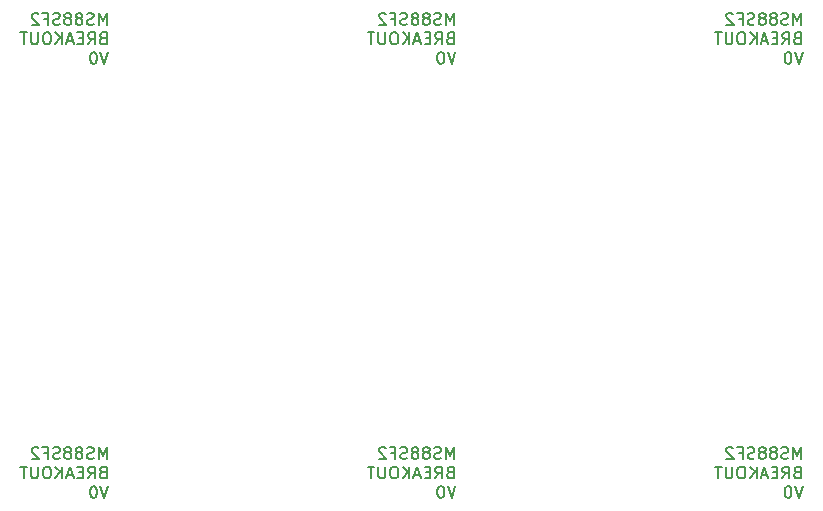
<source format=gbr>
G04 #@! TF.GenerationSoftware,KiCad,Pcbnew,5.1.5+dfsg1-2build2*
G04 #@! TF.CreationDate,2022-08-21T19:05:58-05:00*
G04 #@! TF.ProjectId,,58585858-5858-4585-9858-585858585858,rev?*
G04 #@! TF.SameCoordinates,Original*
G04 #@! TF.FileFunction,Legend,Bot*
G04 #@! TF.FilePolarity,Positive*
%FSLAX46Y46*%
G04 Gerber Fmt 4.6, Leading zero omitted, Abs format (unit mm)*
G04 Created by KiCad (PCBNEW 5.1.5+dfsg1-2build2) date 2022-08-21 19:05:58*
%MOMM*%
%LPD*%
G04 APERTURE LIST*
%ADD10C,0.150000*%
G04 APERTURE END LIST*
D10*
X165560964Y-115277740D02*
X165560964Y-114277740D01*
X165227631Y-114992026D01*
X164894298Y-114277740D01*
X164894298Y-115277740D01*
X164465726Y-115230121D02*
X164322869Y-115277740D01*
X164084774Y-115277740D01*
X163989536Y-115230121D01*
X163941917Y-115182502D01*
X163894298Y-115087264D01*
X163894298Y-114992026D01*
X163941917Y-114896788D01*
X163989536Y-114849169D01*
X164084774Y-114801550D01*
X164275250Y-114753931D01*
X164370488Y-114706312D01*
X164418107Y-114658693D01*
X164465726Y-114563455D01*
X164465726Y-114468217D01*
X164418107Y-114372979D01*
X164370488Y-114325360D01*
X164275250Y-114277740D01*
X164037155Y-114277740D01*
X163894298Y-114325360D01*
X163322869Y-114706312D02*
X163418107Y-114658693D01*
X163465726Y-114611074D01*
X163513345Y-114515836D01*
X163513345Y-114468217D01*
X163465726Y-114372979D01*
X163418107Y-114325360D01*
X163322869Y-114277740D01*
X163132393Y-114277740D01*
X163037155Y-114325360D01*
X162989536Y-114372979D01*
X162941917Y-114468217D01*
X162941917Y-114515836D01*
X162989536Y-114611074D01*
X163037155Y-114658693D01*
X163132393Y-114706312D01*
X163322869Y-114706312D01*
X163418107Y-114753931D01*
X163465726Y-114801550D01*
X163513345Y-114896788D01*
X163513345Y-115087264D01*
X163465726Y-115182502D01*
X163418107Y-115230121D01*
X163322869Y-115277740D01*
X163132393Y-115277740D01*
X163037155Y-115230121D01*
X162989536Y-115182502D01*
X162941917Y-115087264D01*
X162941917Y-114896788D01*
X162989536Y-114801550D01*
X163037155Y-114753931D01*
X163132393Y-114706312D01*
X162370488Y-114706312D02*
X162465726Y-114658693D01*
X162513345Y-114611074D01*
X162560964Y-114515836D01*
X162560964Y-114468217D01*
X162513345Y-114372979D01*
X162465726Y-114325360D01*
X162370488Y-114277740D01*
X162180012Y-114277740D01*
X162084774Y-114325360D01*
X162037155Y-114372979D01*
X161989536Y-114468217D01*
X161989536Y-114515836D01*
X162037155Y-114611074D01*
X162084774Y-114658693D01*
X162180012Y-114706312D01*
X162370488Y-114706312D01*
X162465726Y-114753931D01*
X162513345Y-114801550D01*
X162560964Y-114896788D01*
X162560964Y-115087264D01*
X162513345Y-115182502D01*
X162465726Y-115230121D01*
X162370488Y-115277740D01*
X162180012Y-115277740D01*
X162084774Y-115230121D01*
X162037155Y-115182502D01*
X161989536Y-115087264D01*
X161989536Y-114896788D01*
X162037155Y-114801550D01*
X162084774Y-114753931D01*
X162180012Y-114706312D01*
X161608583Y-115230121D02*
X161465726Y-115277740D01*
X161227631Y-115277740D01*
X161132393Y-115230121D01*
X161084774Y-115182502D01*
X161037155Y-115087264D01*
X161037155Y-114992026D01*
X161084774Y-114896788D01*
X161132393Y-114849169D01*
X161227631Y-114801550D01*
X161418107Y-114753931D01*
X161513345Y-114706312D01*
X161560964Y-114658693D01*
X161608583Y-114563455D01*
X161608583Y-114468217D01*
X161560964Y-114372979D01*
X161513345Y-114325360D01*
X161418107Y-114277740D01*
X161180012Y-114277740D01*
X161037155Y-114325360D01*
X160275250Y-114753931D02*
X160608583Y-114753931D01*
X160608583Y-115277740D02*
X160608583Y-114277740D01*
X160132393Y-114277740D01*
X159799060Y-114372979D02*
X159751440Y-114325360D01*
X159656202Y-114277740D01*
X159418107Y-114277740D01*
X159322869Y-114325360D01*
X159275250Y-114372979D01*
X159227631Y-114468217D01*
X159227631Y-114563455D01*
X159275250Y-114706312D01*
X159846679Y-115277740D01*
X159227631Y-115277740D01*
X165227631Y-116403931D02*
X165084774Y-116451550D01*
X165037155Y-116499169D01*
X164989536Y-116594407D01*
X164989536Y-116737264D01*
X165037155Y-116832502D01*
X165084774Y-116880121D01*
X165180012Y-116927740D01*
X165560964Y-116927740D01*
X165560964Y-115927740D01*
X165227631Y-115927740D01*
X165132393Y-115975360D01*
X165084774Y-116022979D01*
X165037155Y-116118217D01*
X165037155Y-116213455D01*
X165084774Y-116308693D01*
X165132393Y-116356312D01*
X165227631Y-116403931D01*
X165560964Y-116403931D01*
X163989536Y-116927740D02*
X164322869Y-116451550D01*
X164560964Y-116927740D02*
X164560964Y-115927740D01*
X164180012Y-115927740D01*
X164084774Y-115975360D01*
X164037155Y-116022979D01*
X163989536Y-116118217D01*
X163989536Y-116261074D01*
X164037155Y-116356312D01*
X164084774Y-116403931D01*
X164180012Y-116451550D01*
X164560964Y-116451550D01*
X163560964Y-116403931D02*
X163227631Y-116403931D01*
X163084774Y-116927740D02*
X163560964Y-116927740D01*
X163560964Y-115927740D01*
X163084774Y-115927740D01*
X162703821Y-116642026D02*
X162227631Y-116642026D01*
X162799060Y-116927740D02*
X162465726Y-115927740D01*
X162132393Y-116927740D01*
X161799060Y-116927740D02*
X161799060Y-115927740D01*
X161227631Y-116927740D02*
X161656202Y-116356312D01*
X161227631Y-115927740D02*
X161799060Y-116499169D01*
X160608583Y-115927740D02*
X160418107Y-115927740D01*
X160322869Y-115975360D01*
X160227631Y-116070598D01*
X160180012Y-116261074D01*
X160180012Y-116594407D01*
X160227631Y-116784883D01*
X160322869Y-116880121D01*
X160418107Y-116927740D01*
X160608583Y-116927740D01*
X160703821Y-116880121D01*
X160799060Y-116784883D01*
X160846679Y-116594407D01*
X160846679Y-116261074D01*
X160799060Y-116070598D01*
X160703821Y-115975360D01*
X160608583Y-115927740D01*
X159751440Y-115927740D02*
X159751440Y-116737264D01*
X159703821Y-116832502D01*
X159656202Y-116880121D01*
X159560964Y-116927740D01*
X159370488Y-116927740D01*
X159275250Y-116880121D01*
X159227631Y-116832502D01*
X159180012Y-116737264D01*
X159180012Y-115927740D01*
X158846679Y-115927740D02*
X158275250Y-115927740D01*
X158560964Y-116927740D02*
X158560964Y-115927740D01*
X165703821Y-117577740D02*
X165370488Y-118577740D01*
X165037155Y-117577740D01*
X164513345Y-117577740D02*
X164418107Y-117577740D01*
X164322869Y-117625360D01*
X164275250Y-117672979D01*
X164227631Y-117768217D01*
X164180012Y-117958693D01*
X164180012Y-118196788D01*
X164227631Y-118387264D01*
X164275250Y-118482502D01*
X164322869Y-118530121D01*
X164418107Y-118577740D01*
X164513345Y-118577740D01*
X164608583Y-118530121D01*
X164656202Y-118482502D01*
X164703821Y-118387264D01*
X164751440Y-118196788D01*
X164751440Y-117958693D01*
X164703821Y-117768217D01*
X164656202Y-117672979D01*
X164608583Y-117625360D01*
X164513345Y-117577740D01*
X136160964Y-115277740D02*
X136160964Y-114277740D01*
X135827631Y-114992026D01*
X135494298Y-114277740D01*
X135494298Y-115277740D01*
X135065726Y-115230121D02*
X134922869Y-115277740D01*
X134684774Y-115277740D01*
X134589536Y-115230121D01*
X134541917Y-115182502D01*
X134494298Y-115087264D01*
X134494298Y-114992026D01*
X134541917Y-114896788D01*
X134589536Y-114849169D01*
X134684774Y-114801550D01*
X134875250Y-114753931D01*
X134970488Y-114706312D01*
X135018107Y-114658693D01*
X135065726Y-114563455D01*
X135065726Y-114468217D01*
X135018107Y-114372979D01*
X134970488Y-114325360D01*
X134875250Y-114277740D01*
X134637155Y-114277740D01*
X134494298Y-114325360D01*
X133922869Y-114706312D02*
X134018107Y-114658693D01*
X134065726Y-114611074D01*
X134113345Y-114515836D01*
X134113345Y-114468217D01*
X134065726Y-114372979D01*
X134018107Y-114325360D01*
X133922869Y-114277740D01*
X133732393Y-114277740D01*
X133637155Y-114325360D01*
X133589536Y-114372979D01*
X133541917Y-114468217D01*
X133541917Y-114515836D01*
X133589536Y-114611074D01*
X133637155Y-114658693D01*
X133732393Y-114706312D01*
X133922869Y-114706312D01*
X134018107Y-114753931D01*
X134065726Y-114801550D01*
X134113345Y-114896788D01*
X134113345Y-115087264D01*
X134065726Y-115182502D01*
X134018107Y-115230121D01*
X133922869Y-115277740D01*
X133732393Y-115277740D01*
X133637155Y-115230121D01*
X133589536Y-115182502D01*
X133541917Y-115087264D01*
X133541917Y-114896788D01*
X133589536Y-114801550D01*
X133637155Y-114753931D01*
X133732393Y-114706312D01*
X132970488Y-114706312D02*
X133065726Y-114658693D01*
X133113345Y-114611074D01*
X133160964Y-114515836D01*
X133160964Y-114468217D01*
X133113345Y-114372979D01*
X133065726Y-114325360D01*
X132970488Y-114277740D01*
X132780012Y-114277740D01*
X132684774Y-114325360D01*
X132637155Y-114372979D01*
X132589536Y-114468217D01*
X132589536Y-114515836D01*
X132637155Y-114611074D01*
X132684774Y-114658693D01*
X132780012Y-114706312D01*
X132970488Y-114706312D01*
X133065726Y-114753931D01*
X133113345Y-114801550D01*
X133160964Y-114896788D01*
X133160964Y-115087264D01*
X133113345Y-115182502D01*
X133065726Y-115230121D01*
X132970488Y-115277740D01*
X132780012Y-115277740D01*
X132684774Y-115230121D01*
X132637155Y-115182502D01*
X132589536Y-115087264D01*
X132589536Y-114896788D01*
X132637155Y-114801550D01*
X132684774Y-114753931D01*
X132780012Y-114706312D01*
X132208583Y-115230121D02*
X132065726Y-115277740D01*
X131827631Y-115277740D01*
X131732393Y-115230121D01*
X131684774Y-115182502D01*
X131637155Y-115087264D01*
X131637155Y-114992026D01*
X131684774Y-114896788D01*
X131732393Y-114849169D01*
X131827631Y-114801550D01*
X132018107Y-114753931D01*
X132113345Y-114706312D01*
X132160964Y-114658693D01*
X132208583Y-114563455D01*
X132208583Y-114468217D01*
X132160964Y-114372979D01*
X132113345Y-114325360D01*
X132018107Y-114277740D01*
X131780012Y-114277740D01*
X131637155Y-114325360D01*
X130875250Y-114753931D02*
X131208583Y-114753931D01*
X131208583Y-115277740D02*
X131208583Y-114277740D01*
X130732393Y-114277740D01*
X130399060Y-114372979D02*
X130351440Y-114325360D01*
X130256202Y-114277740D01*
X130018107Y-114277740D01*
X129922869Y-114325360D01*
X129875250Y-114372979D01*
X129827631Y-114468217D01*
X129827631Y-114563455D01*
X129875250Y-114706312D01*
X130446679Y-115277740D01*
X129827631Y-115277740D01*
X135827631Y-116403931D02*
X135684774Y-116451550D01*
X135637155Y-116499169D01*
X135589536Y-116594407D01*
X135589536Y-116737264D01*
X135637155Y-116832502D01*
X135684774Y-116880121D01*
X135780012Y-116927740D01*
X136160964Y-116927740D01*
X136160964Y-115927740D01*
X135827631Y-115927740D01*
X135732393Y-115975360D01*
X135684774Y-116022979D01*
X135637155Y-116118217D01*
X135637155Y-116213455D01*
X135684774Y-116308693D01*
X135732393Y-116356312D01*
X135827631Y-116403931D01*
X136160964Y-116403931D01*
X134589536Y-116927740D02*
X134922869Y-116451550D01*
X135160964Y-116927740D02*
X135160964Y-115927740D01*
X134780012Y-115927740D01*
X134684774Y-115975360D01*
X134637155Y-116022979D01*
X134589536Y-116118217D01*
X134589536Y-116261074D01*
X134637155Y-116356312D01*
X134684774Y-116403931D01*
X134780012Y-116451550D01*
X135160964Y-116451550D01*
X134160964Y-116403931D02*
X133827631Y-116403931D01*
X133684774Y-116927740D02*
X134160964Y-116927740D01*
X134160964Y-115927740D01*
X133684774Y-115927740D01*
X133303821Y-116642026D02*
X132827631Y-116642026D01*
X133399060Y-116927740D02*
X133065726Y-115927740D01*
X132732393Y-116927740D01*
X132399060Y-116927740D02*
X132399060Y-115927740D01*
X131827631Y-116927740D02*
X132256202Y-116356312D01*
X131827631Y-115927740D02*
X132399060Y-116499169D01*
X131208583Y-115927740D02*
X131018107Y-115927740D01*
X130922869Y-115975360D01*
X130827631Y-116070598D01*
X130780012Y-116261074D01*
X130780012Y-116594407D01*
X130827631Y-116784883D01*
X130922869Y-116880121D01*
X131018107Y-116927740D01*
X131208583Y-116927740D01*
X131303821Y-116880121D01*
X131399060Y-116784883D01*
X131446679Y-116594407D01*
X131446679Y-116261074D01*
X131399060Y-116070598D01*
X131303821Y-115975360D01*
X131208583Y-115927740D01*
X130351440Y-115927740D02*
X130351440Y-116737264D01*
X130303821Y-116832502D01*
X130256202Y-116880121D01*
X130160964Y-116927740D01*
X129970488Y-116927740D01*
X129875250Y-116880121D01*
X129827631Y-116832502D01*
X129780012Y-116737264D01*
X129780012Y-115927740D01*
X129446679Y-115927740D02*
X128875250Y-115927740D01*
X129160964Y-116927740D02*
X129160964Y-115927740D01*
X136303821Y-117577740D02*
X135970488Y-118577740D01*
X135637155Y-117577740D01*
X135113345Y-117577740D02*
X135018107Y-117577740D01*
X134922869Y-117625360D01*
X134875250Y-117672979D01*
X134827631Y-117768217D01*
X134780012Y-117958693D01*
X134780012Y-118196788D01*
X134827631Y-118387264D01*
X134875250Y-118482502D01*
X134922869Y-118530121D01*
X135018107Y-118577740D01*
X135113345Y-118577740D01*
X135208583Y-118530121D01*
X135256202Y-118482502D01*
X135303821Y-118387264D01*
X135351440Y-118196788D01*
X135351440Y-117958693D01*
X135303821Y-117768217D01*
X135256202Y-117672979D01*
X135208583Y-117625360D01*
X135113345Y-117577740D01*
X106760964Y-115277740D02*
X106760964Y-114277740D01*
X106427631Y-114992026D01*
X106094298Y-114277740D01*
X106094298Y-115277740D01*
X105665726Y-115230121D02*
X105522869Y-115277740D01*
X105284774Y-115277740D01*
X105189536Y-115230121D01*
X105141917Y-115182502D01*
X105094298Y-115087264D01*
X105094298Y-114992026D01*
X105141917Y-114896788D01*
X105189536Y-114849169D01*
X105284774Y-114801550D01*
X105475250Y-114753931D01*
X105570488Y-114706312D01*
X105618107Y-114658693D01*
X105665726Y-114563455D01*
X105665726Y-114468217D01*
X105618107Y-114372979D01*
X105570488Y-114325360D01*
X105475250Y-114277740D01*
X105237155Y-114277740D01*
X105094298Y-114325360D01*
X104522869Y-114706312D02*
X104618107Y-114658693D01*
X104665726Y-114611074D01*
X104713345Y-114515836D01*
X104713345Y-114468217D01*
X104665726Y-114372979D01*
X104618107Y-114325360D01*
X104522869Y-114277740D01*
X104332393Y-114277740D01*
X104237155Y-114325360D01*
X104189536Y-114372979D01*
X104141917Y-114468217D01*
X104141917Y-114515836D01*
X104189536Y-114611074D01*
X104237155Y-114658693D01*
X104332393Y-114706312D01*
X104522869Y-114706312D01*
X104618107Y-114753931D01*
X104665726Y-114801550D01*
X104713345Y-114896788D01*
X104713345Y-115087264D01*
X104665726Y-115182502D01*
X104618107Y-115230121D01*
X104522869Y-115277740D01*
X104332393Y-115277740D01*
X104237155Y-115230121D01*
X104189536Y-115182502D01*
X104141917Y-115087264D01*
X104141917Y-114896788D01*
X104189536Y-114801550D01*
X104237155Y-114753931D01*
X104332393Y-114706312D01*
X103570488Y-114706312D02*
X103665726Y-114658693D01*
X103713345Y-114611074D01*
X103760964Y-114515836D01*
X103760964Y-114468217D01*
X103713345Y-114372979D01*
X103665726Y-114325360D01*
X103570488Y-114277740D01*
X103380012Y-114277740D01*
X103284774Y-114325360D01*
X103237155Y-114372979D01*
X103189536Y-114468217D01*
X103189536Y-114515836D01*
X103237155Y-114611074D01*
X103284774Y-114658693D01*
X103380012Y-114706312D01*
X103570488Y-114706312D01*
X103665726Y-114753931D01*
X103713345Y-114801550D01*
X103760964Y-114896788D01*
X103760964Y-115087264D01*
X103713345Y-115182502D01*
X103665726Y-115230121D01*
X103570488Y-115277740D01*
X103380012Y-115277740D01*
X103284774Y-115230121D01*
X103237155Y-115182502D01*
X103189536Y-115087264D01*
X103189536Y-114896788D01*
X103237155Y-114801550D01*
X103284774Y-114753931D01*
X103380012Y-114706312D01*
X102808583Y-115230121D02*
X102665726Y-115277740D01*
X102427631Y-115277740D01*
X102332393Y-115230121D01*
X102284774Y-115182502D01*
X102237155Y-115087264D01*
X102237155Y-114992026D01*
X102284774Y-114896788D01*
X102332393Y-114849169D01*
X102427631Y-114801550D01*
X102618107Y-114753931D01*
X102713345Y-114706312D01*
X102760964Y-114658693D01*
X102808583Y-114563455D01*
X102808583Y-114468217D01*
X102760964Y-114372979D01*
X102713345Y-114325360D01*
X102618107Y-114277740D01*
X102380012Y-114277740D01*
X102237155Y-114325360D01*
X101475250Y-114753931D02*
X101808583Y-114753931D01*
X101808583Y-115277740D02*
X101808583Y-114277740D01*
X101332393Y-114277740D01*
X100999060Y-114372979D02*
X100951440Y-114325360D01*
X100856202Y-114277740D01*
X100618107Y-114277740D01*
X100522869Y-114325360D01*
X100475250Y-114372979D01*
X100427631Y-114468217D01*
X100427631Y-114563455D01*
X100475250Y-114706312D01*
X101046679Y-115277740D01*
X100427631Y-115277740D01*
X106427631Y-116403931D02*
X106284774Y-116451550D01*
X106237155Y-116499169D01*
X106189536Y-116594407D01*
X106189536Y-116737264D01*
X106237155Y-116832502D01*
X106284774Y-116880121D01*
X106380012Y-116927740D01*
X106760964Y-116927740D01*
X106760964Y-115927740D01*
X106427631Y-115927740D01*
X106332393Y-115975360D01*
X106284774Y-116022979D01*
X106237155Y-116118217D01*
X106237155Y-116213455D01*
X106284774Y-116308693D01*
X106332393Y-116356312D01*
X106427631Y-116403931D01*
X106760964Y-116403931D01*
X105189536Y-116927740D02*
X105522869Y-116451550D01*
X105760964Y-116927740D02*
X105760964Y-115927740D01*
X105380012Y-115927740D01*
X105284774Y-115975360D01*
X105237155Y-116022979D01*
X105189536Y-116118217D01*
X105189536Y-116261074D01*
X105237155Y-116356312D01*
X105284774Y-116403931D01*
X105380012Y-116451550D01*
X105760964Y-116451550D01*
X104760964Y-116403931D02*
X104427631Y-116403931D01*
X104284774Y-116927740D02*
X104760964Y-116927740D01*
X104760964Y-115927740D01*
X104284774Y-115927740D01*
X103903821Y-116642026D02*
X103427631Y-116642026D01*
X103999060Y-116927740D02*
X103665726Y-115927740D01*
X103332393Y-116927740D01*
X102999060Y-116927740D02*
X102999060Y-115927740D01*
X102427631Y-116927740D02*
X102856202Y-116356312D01*
X102427631Y-115927740D02*
X102999060Y-116499169D01*
X101808583Y-115927740D02*
X101618107Y-115927740D01*
X101522869Y-115975360D01*
X101427631Y-116070598D01*
X101380012Y-116261074D01*
X101380012Y-116594407D01*
X101427631Y-116784883D01*
X101522869Y-116880121D01*
X101618107Y-116927740D01*
X101808583Y-116927740D01*
X101903821Y-116880121D01*
X101999060Y-116784883D01*
X102046679Y-116594407D01*
X102046679Y-116261074D01*
X101999060Y-116070598D01*
X101903821Y-115975360D01*
X101808583Y-115927740D01*
X100951440Y-115927740D02*
X100951440Y-116737264D01*
X100903821Y-116832502D01*
X100856202Y-116880121D01*
X100760964Y-116927740D01*
X100570488Y-116927740D01*
X100475250Y-116880121D01*
X100427631Y-116832502D01*
X100380012Y-116737264D01*
X100380012Y-115927740D01*
X100046679Y-115927740D02*
X99475250Y-115927740D01*
X99760964Y-116927740D02*
X99760964Y-115927740D01*
X106903821Y-117577740D02*
X106570488Y-118577740D01*
X106237155Y-117577740D01*
X105713345Y-117577740D02*
X105618107Y-117577740D01*
X105522869Y-117625360D01*
X105475250Y-117672979D01*
X105427631Y-117768217D01*
X105380012Y-117958693D01*
X105380012Y-118196788D01*
X105427631Y-118387264D01*
X105475250Y-118482502D01*
X105522869Y-118530121D01*
X105618107Y-118577740D01*
X105713345Y-118577740D01*
X105808583Y-118530121D01*
X105856202Y-118482502D01*
X105903821Y-118387264D01*
X105951440Y-118196788D01*
X105951440Y-117958693D01*
X105903821Y-117768217D01*
X105856202Y-117672979D01*
X105808583Y-117625360D01*
X105713345Y-117577740D01*
X165560964Y-78517740D02*
X165560964Y-77517740D01*
X165227631Y-78232026D01*
X164894298Y-77517740D01*
X164894298Y-78517740D01*
X164465726Y-78470121D02*
X164322869Y-78517740D01*
X164084774Y-78517740D01*
X163989536Y-78470121D01*
X163941917Y-78422502D01*
X163894298Y-78327264D01*
X163894298Y-78232026D01*
X163941917Y-78136788D01*
X163989536Y-78089169D01*
X164084774Y-78041550D01*
X164275250Y-77993931D01*
X164370488Y-77946312D01*
X164418107Y-77898693D01*
X164465726Y-77803455D01*
X164465726Y-77708217D01*
X164418107Y-77612979D01*
X164370488Y-77565360D01*
X164275250Y-77517740D01*
X164037155Y-77517740D01*
X163894298Y-77565360D01*
X163322869Y-77946312D02*
X163418107Y-77898693D01*
X163465726Y-77851074D01*
X163513345Y-77755836D01*
X163513345Y-77708217D01*
X163465726Y-77612979D01*
X163418107Y-77565360D01*
X163322869Y-77517740D01*
X163132393Y-77517740D01*
X163037155Y-77565360D01*
X162989536Y-77612979D01*
X162941917Y-77708217D01*
X162941917Y-77755836D01*
X162989536Y-77851074D01*
X163037155Y-77898693D01*
X163132393Y-77946312D01*
X163322869Y-77946312D01*
X163418107Y-77993931D01*
X163465726Y-78041550D01*
X163513345Y-78136788D01*
X163513345Y-78327264D01*
X163465726Y-78422502D01*
X163418107Y-78470121D01*
X163322869Y-78517740D01*
X163132393Y-78517740D01*
X163037155Y-78470121D01*
X162989536Y-78422502D01*
X162941917Y-78327264D01*
X162941917Y-78136788D01*
X162989536Y-78041550D01*
X163037155Y-77993931D01*
X163132393Y-77946312D01*
X162370488Y-77946312D02*
X162465726Y-77898693D01*
X162513345Y-77851074D01*
X162560964Y-77755836D01*
X162560964Y-77708217D01*
X162513345Y-77612979D01*
X162465726Y-77565360D01*
X162370488Y-77517740D01*
X162180012Y-77517740D01*
X162084774Y-77565360D01*
X162037155Y-77612979D01*
X161989536Y-77708217D01*
X161989536Y-77755836D01*
X162037155Y-77851074D01*
X162084774Y-77898693D01*
X162180012Y-77946312D01*
X162370488Y-77946312D01*
X162465726Y-77993931D01*
X162513345Y-78041550D01*
X162560964Y-78136788D01*
X162560964Y-78327264D01*
X162513345Y-78422502D01*
X162465726Y-78470121D01*
X162370488Y-78517740D01*
X162180012Y-78517740D01*
X162084774Y-78470121D01*
X162037155Y-78422502D01*
X161989536Y-78327264D01*
X161989536Y-78136788D01*
X162037155Y-78041550D01*
X162084774Y-77993931D01*
X162180012Y-77946312D01*
X161608583Y-78470121D02*
X161465726Y-78517740D01*
X161227631Y-78517740D01*
X161132393Y-78470121D01*
X161084774Y-78422502D01*
X161037155Y-78327264D01*
X161037155Y-78232026D01*
X161084774Y-78136788D01*
X161132393Y-78089169D01*
X161227631Y-78041550D01*
X161418107Y-77993931D01*
X161513345Y-77946312D01*
X161560964Y-77898693D01*
X161608583Y-77803455D01*
X161608583Y-77708217D01*
X161560964Y-77612979D01*
X161513345Y-77565360D01*
X161418107Y-77517740D01*
X161180012Y-77517740D01*
X161037155Y-77565360D01*
X160275250Y-77993931D02*
X160608583Y-77993931D01*
X160608583Y-78517740D02*
X160608583Y-77517740D01*
X160132393Y-77517740D01*
X159799060Y-77612979D02*
X159751440Y-77565360D01*
X159656202Y-77517740D01*
X159418107Y-77517740D01*
X159322869Y-77565360D01*
X159275250Y-77612979D01*
X159227631Y-77708217D01*
X159227631Y-77803455D01*
X159275250Y-77946312D01*
X159846679Y-78517740D01*
X159227631Y-78517740D01*
X165227631Y-79643931D02*
X165084774Y-79691550D01*
X165037155Y-79739169D01*
X164989536Y-79834407D01*
X164989536Y-79977264D01*
X165037155Y-80072502D01*
X165084774Y-80120121D01*
X165180012Y-80167740D01*
X165560964Y-80167740D01*
X165560964Y-79167740D01*
X165227631Y-79167740D01*
X165132393Y-79215360D01*
X165084774Y-79262979D01*
X165037155Y-79358217D01*
X165037155Y-79453455D01*
X165084774Y-79548693D01*
X165132393Y-79596312D01*
X165227631Y-79643931D01*
X165560964Y-79643931D01*
X163989536Y-80167740D02*
X164322869Y-79691550D01*
X164560964Y-80167740D02*
X164560964Y-79167740D01*
X164180012Y-79167740D01*
X164084774Y-79215360D01*
X164037155Y-79262979D01*
X163989536Y-79358217D01*
X163989536Y-79501074D01*
X164037155Y-79596312D01*
X164084774Y-79643931D01*
X164180012Y-79691550D01*
X164560964Y-79691550D01*
X163560964Y-79643931D02*
X163227631Y-79643931D01*
X163084774Y-80167740D02*
X163560964Y-80167740D01*
X163560964Y-79167740D01*
X163084774Y-79167740D01*
X162703821Y-79882026D02*
X162227631Y-79882026D01*
X162799060Y-80167740D02*
X162465726Y-79167740D01*
X162132393Y-80167740D01*
X161799060Y-80167740D02*
X161799060Y-79167740D01*
X161227631Y-80167740D02*
X161656202Y-79596312D01*
X161227631Y-79167740D02*
X161799060Y-79739169D01*
X160608583Y-79167740D02*
X160418107Y-79167740D01*
X160322869Y-79215360D01*
X160227631Y-79310598D01*
X160180012Y-79501074D01*
X160180012Y-79834407D01*
X160227631Y-80024883D01*
X160322869Y-80120121D01*
X160418107Y-80167740D01*
X160608583Y-80167740D01*
X160703821Y-80120121D01*
X160799060Y-80024883D01*
X160846679Y-79834407D01*
X160846679Y-79501074D01*
X160799060Y-79310598D01*
X160703821Y-79215360D01*
X160608583Y-79167740D01*
X159751440Y-79167740D02*
X159751440Y-79977264D01*
X159703821Y-80072502D01*
X159656202Y-80120121D01*
X159560964Y-80167740D01*
X159370488Y-80167740D01*
X159275250Y-80120121D01*
X159227631Y-80072502D01*
X159180012Y-79977264D01*
X159180012Y-79167740D01*
X158846679Y-79167740D02*
X158275250Y-79167740D01*
X158560964Y-80167740D02*
X158560964Y-79167740D01*
X165703821Y-80817740D02*
X165370488Y-81817740D01*
X165037155Y-80817740D01*
X164513345Y-80817740D02*
X164418107Y-80817740D01*
X164322869Y-80865360D01*
X164275250Y-80912979D01*
X164227631Y-81008217D01*
X164180012Y-81198693D01*
X164180012Y-81436788D01*
X164227631Y-81627264D01*
X164275250Y-81722502D01*
X164322869Y-81770121D01*
X164418107Y-81817740D01*
X164513345Y-81817740D01*
X164608583Y-81770121D01*
X164656202Y-81722502D01*
X164703821Y-81627264D01*
X164751440Y-81436788D01*
X164751440Y-81198693D01*
X164703821Y-81008217D01*
X164656202Y-80912979D01*
X164608583Y-80865360D01*
X164513345Y-80817740D01*
X136160964Y-78517740D02*
X136160964Y-77517740D01*
X135827631Y-78232026D01*
X135494298Y-77517740D01*
X135494298Y-78517740D01*
X135065726Y-78470121D02*
X134922869Y-78517740D01*
X134684774Y-78517740D01*
X134589536Y-78470121D01*
X134541917Y-78422502D01*
X134494298Y-78327264D01*
X134494298Y-78232026D01*
X134541917Y-78136788D01*
X134589536Y-78089169D01*
X134684774Y-78041550D01*
X134875250Y-77993931D01*
X134970488Y-77946312D01*
X135018107Y-77898693D01*
X135065726Y-77803455D01*
X135065726Y-77708217D01*
X135018107Y-77612979D01*
X134970488Y-77565360D01*
X134875250Y-77517740D01*
X134637155Y-77517740D01*
X134494298Y-77565360D01*
X133922869Y-77946312D02*
X134018107Y-77898693D01*
X134065726Y-77851074D01*
X134113345Y-77755836D01*
X134113345Y-77708217D01*
X134065726Y-77612979D01*
X134018107Y-77565360D01*
X133922869Y-77517740D01*
X133732393Y-77517740D01*
X133637155Y-77565360D01*
X133589536Y-77612979D01*
X133541917Y-77708217D01*
X133541917Y-77755836D01*
X133589536Y-77851074D01*
X133637155Y-77898693D01*
X133732393Y-77946312D01*
X133922869Y-77946312D01*
X134018107Y-77993931D01*
X134065726Y-78041550D01*
X134113345Y-78136788D01*
X134113345Y-78327264D01*
X134065726Y-78422502D01*
X134018107Y-78470121D01*
X133922869Y-78517740D01*
X133732393Y-78517740D01*
X133637155Y-78470121D01*
X133589536Y-78422502D01*
X133541917Y-78327264D01*
X133541917Y-78136788D01*
X133589536Y-78041550D01*
X133637155Y-77993931D01*
X133732393Y-77946312D01*
X132970488Y-77946312D02*
X133065726Y-77898693D01*
X133113345Y-77851074D01*
X133160964Y-77755836D01*
X133160964Y-77708217D01*
X133113345Y-77612979D01*
X133065726Y-77565360D01*
X132970488Y-77517740D01*
X132780012Y-77517740D01*
X132684774Y-77565360D01*
X132637155Y-77612979D01*
X132589536Y-77708217D01*
X132589536Y-77755836D01*
X132637155Y-77851074D01*
X132684774Y-77898693D01*
X132780012Y-77946312D01*
X132970488Y-77946312D01*
X133065726Y-77993931D01*
X133113345Y-78041550D01*
X133160964Y-78136788D01*
X133160964Y-78327264D01*
X133113345Y-78422502D01*
X133065726Y-78470121D01*
X132970488Y-78517740D01*
X132780012Y-78517740D01*
X132684774Y-78470121D01*
X132637155Y-78422502D01*
X132589536Y-78327264D01*
X132589536Y-78136788D01*
X132637155Y-78041550D01*
X132684774Y-77993931D01*
X132780012Y-77946312D01*
X132208583Y-78470121D02*
X132065726Y-78517740D01*
X131827631Y-78517740D01*
X131732393Y-78470121D01*
X131684774Y-78422502D01*
X131637155Y-78327264D01*
X131637155Y-78232026D01*
X131684774Y-78136788D01*
X131732393Y-78089169D01*
X131827631Y-78041550D01*
X132018107Y-77993931D01*
X132113345Y-77946312D01*
X132160964Y-77898693D01*
X132208583Y-77803455D01*
X132208583Y-77708217D01*
X132160964Y-77612979D01*
X132113345Y-77565360D01*
X132018107Y-77517740D01*
X131780012Y-77517740D01*
X131637155Y-77565360D01*
X130875250Y-77993931D02*
X131208583Y-77993931D01*
X131208583Y-78517740D02*
X131208583Y-77517740D01*
X130732393Y-77517740D01*
X130399060Y-77612979D02*
X130351440Y-77565360D01*
X130256202Y-77517740D01*
X130018107Y-77517740D01*
X129922869Y-77565360D01*
X129875250Y-77612979D01*
X129827631Y-77708217D01*
X129827631Y-77803455D01*
X129875250Y-77946312D01*
X130446679Y-78517740D01*
X129827631Y-78517740D01*
X135827631Y-79643931D02*
X135684774Y-79691550D01*
X135637155Y-79739169D01*
X135589536Y-79834407D01*
X135589536Y-79977264D01*
X135637155Y-80072502D01*
X135684774Y-80120121D01*
X135780012Y-80167740D01*
X136160964Y-80167740D01*
X136160964Y-79167740D01*
X135827631Y-79167740D01*
X135732393Y-79215360D01*
X135684774Y-79262979D01*
X135637155Y-79358217D01*
X135637155Y-79453455D01*
X135684774Y-79548693D01*
X135732393Y-79596312D01*
X135827631Y-79643931D01*
X136160964Y-79643931D01*
X134589536Y-80167740D02*
X134922869Y-79691550D01*
X135160964Y-80167740D02*
X135160964Y-79167740D01*
X134780012Y-79167740D01*
X134684774Y-79215360D01*
X134637155Y-79262979D01*
X134589536Y-79358217D01*
X134589536Y-79501074D01*
X134637155Y-79596312D01*
X134684774Y-79643931D01*
X134780012Y-79691550D01*
X135160964Y-79691550D01*
X134160964Y-79643931D02*
X133827631Y-79643931D01*
X133684774Y-80167740D02*
X134160964Y-80167740D01*
X134160964Y-79167740D01*
X133684774Y-79167740D01*
X133303821Y-79882026D02*
X132827631Y-79882026D01*
X133399060Y-80167740D02*
X133065726Y-79167740D01*
X132732393Y-80167740D01*
X132399060Y-80167740D02*
X132399060Y-79167740D01*
X131827631Y-80167740D02*
X132256202Y-79596312D01*
X131827631Y-79167740D02*
X132399060Y-79739169D01*
X131208583Y-79167740D02*
X131018107Y-79167740D01*
X130922869Y-79215360D01*
X130827631Y-79310598D01*
X130780012Y-79501074D01*
X130780012Y-79834407D01*
X130827631Y-80024883D01*
X130922869Y-80120121D01*
X131018107Y-80167740D01*
X131208583Y-80167740D01*
X131303821Y-80120121D01*
X131399060Y-80024883D01*
X131446679Y-79834407D01*
X131446679Y-79501074D01*
X131399060Y-79310598D01*
X131303821Y-79215360D01*
X131208583Y-79167740D01*
X130351440Y-79167740D02*
X130351440Y-79977264D01*
X130303821Y-80072502D01*
X130256202Y-80120121D01*
X130160964Y-80167740D01*
X129970488Y-80167740D01*
X129875250Y-80120121D01*
X129827631Y-80072502D01*
X129780012Y-79977264D01*
X129780012Y-79167740D01*
X129446679Y-79167740D02*
X128875250Y-79167740D01*
X129160964Y-80167740D02*
X129160964Y-79167740D01*
X136303821Y-80817740D02*
X135970488Y-81817740D01*
X135637155Y-80817740D01*
X135113345Y-80817740D02*
X135018107Y-80817740D01*
X134922869Y-80865360D01*
X134875250Y-80912979D01*
X134827631Y-81008217D01*
X134780012Y-81198693D01*
X134780012Y-81436788D01*
X134827631Y-81627264D01*
X134875250Y-81722502D01*
X134922869Y-81770121D01*
X135018107Y-81817740D01*
X135113345Y-81817740D01*
X135208583Y-81770121D01*
X135256202Y-81722502D01*
X135303821Y-81627264D01*
X135351440Y-81436788D01*
X135351440Y-81198693D01*
X135303821Y-81008217D01*
X135256202Y-80912979D01*
X135208583Y-80865360D01*
X135113345Y-80817740D01*
X106760964Y-78517740D02*
X106760964Y-77517740D01*
X106427631Y-78232026D01*
X106094298Y-77517740D01*
X106094298Y-78517740D01*
X105665726Y-78470121D02*
X105522869Y-78517740D01*
X105284774Y-78517740D01*
X105189536Y-78470121D01*
X105141917Y-78422502D01*
X105094298Y-78327264D01*
X105094298Y-78232026D01*
X105141917Y-78136788D01*
X105189536Y-78089169D01*
X105284774Y-78041550D01*
X105475250Y-77993931D01*
X105570488Y-77946312D01*
X105618107Y-77898693D01*
X105665726Y-77803455D01*
X105665726Y-77708217D01*
X105618107Y-77612979D01*
X105570488Y-77565360D01*
X105475250Y-77517740D01*
X105237155Y-77517740D01*
X105094298Y-77565360D01*
X104522869Y-77946312D02*
X104618107Y-77898693D01*
X104665726Y-77851074D01*
X104713345Y-77755836D01*
X104713345Y-77708217D01*
X104665726Y-77612979D01*
X104618107Y-77565360D01*
X104522869Y-77517740D01*
X104332393Y-77517740D01*
X104237155Y-77565360D01*
X104189536Y-77612979D01*
X104141917Y-77708217D01*
X104141917Y-77755836D01*
X104189536Y-77851074D01*
X104237155Y-77898693D01*
X104332393Y-77946312D01*
X104522869Y-77946312D01*
X104618107Y-77993931D01*
X104665726Y-78041550D01*
X104713345Y-78136788D01*
X104713345Y-78327264D01*
X104665726Y-78422502D01*
X104618107Y-78470121D01*
X104522869Y-78517740D01*
X104332393Y-78517740D01*
X104237155Y-78470121D01*
X104189536Y-78422502D01*
X104141917Y-78327264D01*
X104141917Y-78136788D01*
X104189536Y-78041550D01*
X104237155Y-77993931D01*
X104332393Y-77946312D01*
X103570488Y-77946312D02*
X103665726Y-77898693D01*
X103713345Y-77851074D01*
X103760964Y-77755836D01*
X103760964Y-77708217D01*
X103713345Y-77612979D01*
X103665726Y-77565360D01*
X103570488Y-77517740D01*
X103380012Y-77517740D01*
X103284774Y-77565360D01*
X103237155Y-77612979D01*
X103189536Y-77708217D01*
X103189536Y-77755836D01*
X103237155Y-77851074D01*
X103284774Y-77898693D01*
X103380012Y-77946312D01*
X103570488Y-77946312D01*
X103665726Y-77993931D01*
X103713345Y-78041550D01*
X103760964Y-78136788D01*
X103760964Y-78327264D01*
X103713345Y-78422502D01*
X103665726Y-78470121D01*
X103570488Y-78517740D01*
X103380012Y-78517740D01*
X103284774Y-78470121D01*
X103237155Y-78422502D01*
X103189536Y-78327264D01*
X103189536Y-78136788D01*
X103237155Y-78041550D01*
X103284774Y-77993931D01*
X103380012Y-77946312D01*
X102808583Y-78470121D02*
X102665726Y-78517740D01*
X102427631Y-78517740D01*
X102332393Y-78470121D01*
X102284774Y-78422502D01*
X102237155Y-78327264D01*
X102237155Y-78232026D01*
X102284774Y-78136788D01*
X102332393Y-78089169D01*
X102427631Y-78041550D01*
X102618107Y-77993931D01*
X102713345Y-77946312D01*
X102760964Y-77898693D01*
X102808583Y-77803455D01*
X102808583Y-77708217D01*
X102760964Y-77612979D01*
X102713345Y-77565360D01*
X102618107Y-77517740D01*
X102380012Y-77517740D01*
X102237155Y-77565360D01*
X101475250Y-77993931D02*
X101808583Y-77993931D01*
X101808583Y-78517740D02*
X101808583Y-77517740D01*
X101332393Y-77517740D01*
X100999060Y-77612979D02*
X100951440Y-77565360D01*
X100856202Y-77517740D01*
X100618107Y-77517740D01*
X100522869Y-77565360D01*
X100475250Y-77612979D01*
X100427631Y-77708217D01*
X100427631Y-77803455D01*
X100475250Y-77946312D01*
X101046679Y-78517740D01*
X100427631Y-78517740D01*
X106427631Y-79643931D02*
X106284774Y-79691550D01*
X106237155Y-79739169D01*
X106189536Y-79834407D01*
X106189536Y-79977264D01*
X106237155Y-80072502D01*
X106284774Y-80120121D01*
X106380012Y-80167740D01*
X106760964Y-80167740D01*
X106760964Y-79167740D01*
X106427631Y-79167740D01*
X106332393Y-79215360D01*
X106284774Y-79262979D01*
X106237155Y-79358217D01*
X106237155Y-79453455D01*
X106284774Y-79548693D01*
X106332393Y-79596312D01*
X106427631Y-79643931D01*
X106760964Y-79643931D01*
X105189536Y-80167740D02*
X105522869Y-79691550D01*
X105760964Y-80167740D02*
X105760964Y-79167740D01*
X105380012Y-79167740D01*
X105284774Y-79215360D01*
X105237155Y-79262979D01*
X105189536Y-79358217D01*
X105189536Y-79501074D01*
X105237155Y-79596312D01*
X105284774Y-79643931D01*
X105380012Y-79691550D01*
X105760964Y-79691550D01*
X104760964Y-79643931D02*
X104427631Y-79643931D01*
X104284774Y-80167740D02*
X104760964Y-80167740D01*
X104760964Y-79167740D01*
X104284774Y-79167740D01*
X103903821Y-79882026D02*
X103427631Y-79882026D01*
X103999060Y-80167740D02*
X103665726Y-79167740D01*
X103332393Y-80167740D01*
X102999060Y-80167740D02*
X102999060Y-79167740D01*
X102427631Y-80167740D02*
X102856202Y-79596312D01*
X102427631Y-79167740D02*
X102999060Y-79739169D01*
X101808583Y-79167740D02*
X101618107Y-79167740D01*
X101522869Y-79215360D01*
X101427631Y-79310598D01*
X101380012Y-79501074D01*
X101380012Y-79834407D01*
X101427631Y-80024883D01*
X101522869Y-80120121D01*
X101618107Y-80167740D01*
X101808583Y-80167740D01*
X101903821Y-80120121D01*
X101999060Y-80024883D01*
X102046679Y-79834407D01*
X102046679Y-79501074D01*
X101999060Y-79310598D01*
X101903821Y-79215360D01*
X101808583Y-79167740D01*
X100951440Y-79167740D02*
X100951440Y-79977264D01*
X100903821Y-80072502D01*
X100856202Y-80120121D01*
X100760964Y-80167740D01*
X100570488Y-80167740D01*
X100475250Y-80120121D01*
X100427631Y-80072502D01*
X100380012Y-79977264D01*
X100380012Y-79167740D01*
X100046679Y-79167740D02*
X99475250Y-79167740D01*
X99760964Y-80167740D02*
X99760964Y-79167740D01*
X106903821Y-80817740D02*
X106570488Y-81817740D01*
X106237155Y-80817740D01*
X105713345Y-80817740D02*
X105618107Y-80817740D01*
X105522869Y-80865360D01*
X105475250Y-80912979D01*
X105427631Y-81008217D01*
X105380012Y-81198693D01*
X105380012Y-81436788D01*
X105427631Y-81627264D01*
X105475250Y-81722502D01*
X105522869Y-81770121D01*
X105618107Y-81817740D01*
X105713345Y-81817740D01*
X105808583Y-81770121D01*
X105856202Y-81722502D01*
X105903821Y-81627264D01*
X105951440Y-81436788D01*
X105951440Y-81198693D01*
X105903821Y-81008217D01*
X105856202Y-80912979D01*
X105808583Y-80865360D01*
X105713345Y-80817740D01*
M02*

</source>
